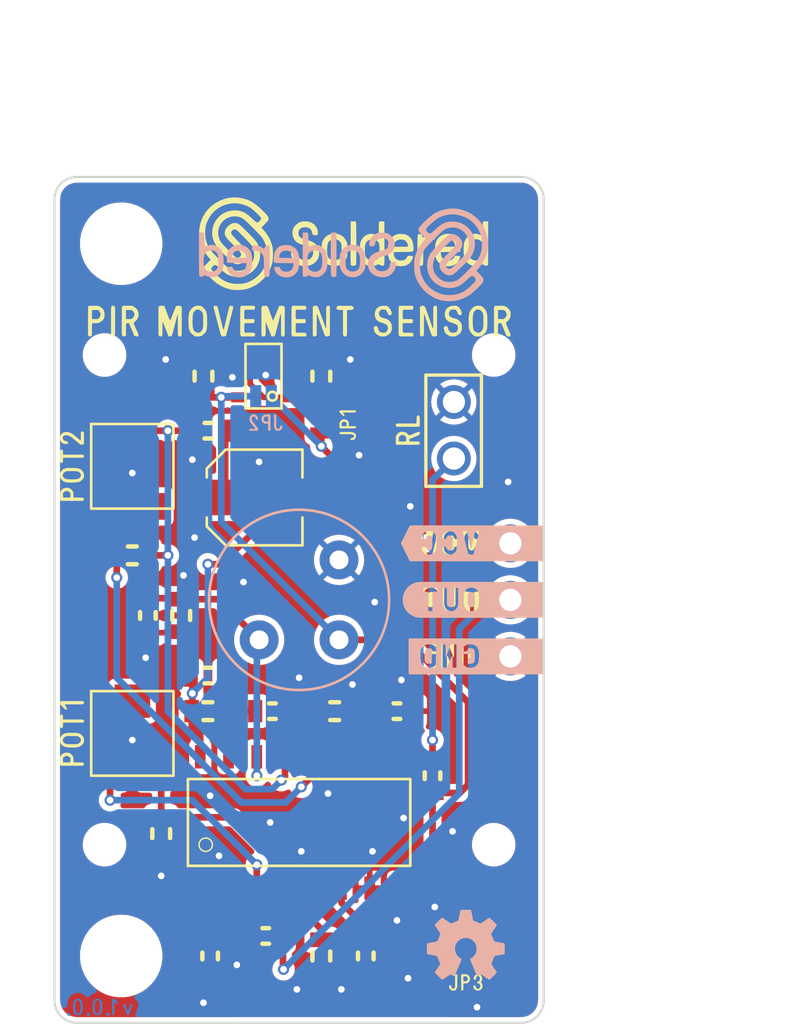
<source format=kicad_pcb>
(kicad_pcb (version 20210623) (generator pcbnew)
  (layers (0 "F.Cu" signal) (31 "B.Cu" signal) (34 "B.Paste" user) (35 "F.Paste" user) (36 "B.SilkS" user "B.Silkscreen") (37 "F.SilkS" user "F.Silkscreen") (38 "B.Mask" user) (39 "F.Mask" user) (44 "Edge.Cuts" user))
  (net 0 "")
  (net 1 "Net-(C1-Pad2)")
  (net 2 "GND")
  (net 3 "3V3")
  (net 4 "Net-(C3-Pad2)")
  (net 5 "Net-(C4-Pad2)")
  (net 6 "REL")
  (net 7 "Net-(C6-Pad2)")
  (net 8 "Net-(C6-Pad1)")
  (net 9 "Net-(C7-Pad2)")
  (net 10 "VCC")
  (net 11 "Net-(C9-Pad2)")
  (net 12 "Net-(C9-Pad1)")
  (net 13 "Net-(JP3-Pad2)")
  (net 14 "Net-(K1-Pad2)")
  (net 15 "OUT")
  (net 16 "Net-(R1-Pad1)")
  (net 17 "Net-(R2-Pad2)")
  (net 18 "Net-(R3-Pad2)")
  (net 19 "Net-(R4-Pad2)")
  (net 20 "Net-(R6-Pad1)")
  (net 22 "Net-(C8-Pad1)")
  (footprint "e-radionica.com footprinti:0603R" (layer "F.Cu") (at 96.9 114.4 180)
    (fp_text reference "R7")
    (fp_text value "2M")
    (pad "1" smd rect locked (at -0.775 0 270) (size 1 0.64) (layers "F.Cu" "F.Paste" "F.Mask") (net 8 "Net-(C6-Pad1)"))
    (pad "2" smd rect locked (at 0.775 0 270) (size 1 0.64) (layers "F.Cu" "F.Paste" "F.Mask") (net 7 "Net-(C6-Pad2)"))
  )
  (footprint "" (layer "F.Cu") (at 92.25 100)
    (fp_text reference "HOLE_L2" hide)
    (fp_text value "" hide)
    (pad "" np_thru_hole circle locked (at 0 0) (size 1.45 1.45) (drill 1.45) (layers F&B.Cu *.Mask))
  )
  (footprint "buzzardLabel" (layer "F.Cu") (at 112.4 111)
    (fp_text reference "" (at 0 0) (layer "F.SilkS") (effects (font (size 1.27 1.27))))
    (fp_text value "" (at 0 0) (layer "F.SilkS") (effects (font (size 1.27 1.27))))
  )
  (footprint "e-radionica.com footprinti:0603C" (layer "F.Cu") (at 96.7 100.95 -90)
    (fp_text reference "C2")
    (fp_text value "2.2uF")
    (pad "1" smd rect locked (at -0.73 0 270) (size 0.66 1) (layers "F.Cu" "F.Paste" "F.Mask") (net 2 "GND"))
    (pad "2" smd rect locked (at 0.73 0 270) (size 0.66 1) (layers "F.Cu" "F.Paste" "F.Mask") (net 3 "3V3"))
  )
  (footprint "e-radionica.com footprinti:ELECTROLITIC_CAP_4mm" (layer "F.Cu") (at 99 106.4)
    (fp_text reference "C8")
    (fp_text value "EDK106M016A9BAA")
    (pad "1" smd rect locked (at -1.8 0) (size 2.6 1.6) (layers "F.Cu" "F.Paste" "F.Mask") (net 22 "Net-(C8-Pad1)"))
    (pad "2" smd rect locked (at 1.8 0) (size 2.6 1.6) (layers "F.Cu" "F.Paste" "F.Mask") (net 7 "Net-(C6-Pad2)"))
  )
  (footprint "e-radionica.com footprinti:HEADER_MALE_3X1" (layer "F.Cu") (at 110.5 111 90)
    (fp_text reference "K2")
    (fp_text value "HEADER_MALE_3X1")
    (pad "1" thru_hole circle locked (at -2.54 0 90) (size 1.7 1.7) (drill 1) (layers *.Cu *.Mask) (net 2 "GND"))
    (pad "2" thru_hole circle locked (at 0 0 90) (size 1.7 1.7) (drill 1) (layers *.Cu *.Mask) (net 15 "OUT"))
    (pad "3" thru_hole circle locked (at 2.54 0 90) (size 1.7 1.7) (drill 1) (layers *.Cu *.Mask) (net 10 "VCC"))
  )
  (footprint "" (layer "F.Cu") (at 92.25 122)
    (fp_text reference "HOLE_L1" hide)
    (fp_text value "" hide)
    (pad "" np_thru_hole circle locked (at 0 0) (size 1.45 1.45) (drill 1.45) (layers F&B.Cu *.Mask))
  )
  (footprint "e-radionica.com footprinti:0603C" (layer "F.Cu") (at 102 127 90)
    (fp_text reference "C4")
    (fp_text value "10n")
    (pad "1" smd rect locked (at -0.73 0 90) (size 0.66 1) (layers "F.Cu" "F.Paste" "F.Mask") (net 2 "GND"))
    (pad "2" smd rect locked (at 0.73 0 90) (size 0.66 1) (layers "F.Cu" "F.Paste" "F.Mask") (net 5 "Net-(C4-Pad2)"))
  )
  (footprint "Soldered Graphics:Logo-Back-SolderedFULL-13mm" (layer "F.Cu") (at 103 95.5)
    (fp_text reference "REF**" hide)
    (fp_text value "Logo-Front-SolderedFULL-13mm" hide)
  )
  (footprint "" (layer "F.Cu") (at 109.75 100)
    (fp_text reference "HOLE_L3" hide)
    (fp_text value "" hide)
    (pad "" np_thru_hole circle locked (at 0 0) (size 1.45 1.45) (drill 1.45) (layers F&B.Cu *.Mask))
  )
  (footprint "buzzardLabel" (layer "F.Cu") (at 112.4 108.46)
    (fp_text reference "" (at 0 0) (layer "F.SilkS") (effects (font (size 1.27 1.27))))
    (fp_text value "" (at 0 0) (layer "F.SilkS") (effects (font (size 1.27 1.27))))
  )
  (footprint "e-radionica.com footprinti:HOLE_3.2mm" (layer "F.Cu") (at 93 95)
    (fp_text reference "H2" hide)
    (fp_text value "HOLE_3.2mm" hide)
    (pad "" np_thru_hole circle locked (at 0 0) (size 3.2 3.2) (drill 3.2) (layers F&B.Cu *.Mask))
  )
  (footprint "buzzardLabel" (layer "F.Cu") (at 90.8 105 90)
    (fp_text reference "" (at 0 0 90) (layer "F.SilkS") (effects (font (size 1.27 1.27))))
    (fp_text value "" (at 0 0 90) (layer "F.SilkS") (effects (font (size 1.27 1.27))))
  )
  (footprint "e-radionica.com footprinti:0603C" (layer "F.Cu") (at 102 100.95 -90)
    (fp_text reference "C1")
    (fp_text value "2.2uF")
    (pad "1" smd rect locked (at -0.73 0 270) (size 0.66 1) (layers "F.Cu" "F.Paste" "F.Mask") (net 2 "GND"))
    (pad "2" smd rect locked (at 0.73 0 270) (size 0.66 1) (layers "F.Cu" "F.Paste" "F.Mask") (net 1 "Net-(C1-Pad2)"))
  )
  (footprint "e-radionica.com footprinti:SMD_JUMPER_3_PAD_CONNECTED_RIGHT" (layer "F.Cu") (at 108.5 127 180)
    (fp_text reference "JP3")
    (fp_text value "SMD_JUMPER_3_PAD_CONNECTED_RIGHT")
    (pad "1" smd rect locked (at -0.7 0) (size 0.5 1) (layers "F.Cu" "F.Mask") (net 3 "3V3"))
    (pad "2" smd rect locked (at 0 0) (size 0.5 1) (layers "F.Cu" "F.Paste" "F.Mask") (net 13 "Net-(JP3-Pad2)"))
    (pad "3" smd rect locked (at 0.7 0) (size 0.5 1) (layers "F.Cu" "F.Paste" "F.Mask") (net 2 "GND"))
  )
  (footprint "buzzardLabel" (layer "F.Cu") (at 108.5 128.2)
    (fp_text reference "" (at 0 0) (layer "F.SilkS") (effects (font (size 1.27 1.27))))
    (fp_text value "" (at 0 0) (layer "F.SilkS") (effects (font (size 1.27 1.27))))
  )
  (footprint "buzzardLabel" (layer "F.Cu") (at 112.4 113.54)
    (fp_text reference "" (at 0 0) (layer "F.SilkS") (effects (font (size 1.27 1.27))))
    (fp_text value "" (at 0 0) (layer "F.SilkS") (effects (font (size 1.27 1.27))))
  )
  (footprint "e-radionica.com footprinti:0603R" (layer "F.Cu") (at 107 118.9 -90)
    (fp_text reference "R11")
    (fp_text value "1M")
    (pad "1" smd rect locked (at -0.775 0) (size 1 0.64) (layers "F.Cu" "F.Paste" "F.Mask") (net 14 "Net-(K1-Pad2)"))
    (pad "2" smd rect locked (at 0.775 0) (size 1 0.64) (layers "F.Cu" "F.Paste" "F.Mask") (net 3 "3V3"))
  )
  (footprint "e-radionica.com footprinti:SMD-JUMPER-CONNECTED_TRACE_NOSLODERMASK" (layer "F.Cu") (at 102 103.15 -90)
    (fp_text reference "JP1")
    (fp_text value "SMD-JUMPER-CONNECTED_TRACE_NOSLODERMASK")
    (fp_poly (pts (xy 0.1 0.1) (xy -0.1 0.1) (xy -0.1 -0.1) (xy 0.1 -0.1)) (layer "F.Cu") (width 0.1) (fill solid))
    (pad "1" smd rect locked (at -0.35 0 270) (size 0.5 1) (layers "F.Cu") (net 1 "Net-(C1-Pad2)"))
    (pad "2" smd rect locked (at 0.35 0 270) (size 0.5 1) (layers "F.Cu") (net 10 "VCC"))
  )
  (footprint "Soldered Graphics:Logo-Front-SolderedFULL-13mm" (layer "F.Cu") (at 103 95)
    (fp_text reference "REF**" hide)
    (fp_text value "Logo-Front-SolderedFULL-13mm" hide)
  )
  (footprint "e-radionica.com footprinti:SOP-16" (layer "F.Cu") (at 101 121 90)
    (fp_text reference "U3")
    (fp_text value "BISS0001")
    (pad "1" smd rect locked (at -2.95 -4.445 90) (size 1.05 0.48) (layers "F.Cu" "F.Paste" "F.Mask") (net 17 "Net-(R2-Pad2)"))
    (pad "2" smd rect locked (at -2.95 -3.175 90) (size 1.05 0.48) (layers "F.Cu" "F.Paste" "F.Mask") (net 18 "Net-(R3-Pad2)"))
    (pad "3" smd rect locked (at -2.95 -1.905 90) (size 1.05 0.48) (layers "F.Cu" "F.Paste" "F.Mask") (net 16 "Net-(R1-Pad1)"))
    (pad "4" smd rect locked (at -2.95 -0.635 90) (size 1.05 0.48) (layers "F.Cu" "F.Paste" "F.Mask") (net 4 "Net-(C3-Pad2)"))
    (pad "5" smd rect locked (at -2.95 0.635 90) (size 1.05 0.48) (layers "F.Cu" "F.Paste" "F.Mask") (net 5 "Net-(C4-Pad2)"))
    (pad "6" smd rect locked (at -2.95 1.905 90) (size 1.05 0.48) (layers "F.Cu" "F.Paste" "F.Mask") (net 19 "Net-(R4-Pad2)"))
    (pad "7" smd rect locked (at -2.95 3.175 90) (size 1.05 0.48) (layers "F.Cu" "F.Paste" "F.Mask") (net 2 "GND"))
    (pad "8" smd rect locked (at -2.95 4.445 90) (size 1.05 0.48) (layers "F.Cu" "F.Paste" "F.Mask") (net 3 "3V3"))
    (pad "9" smd rect locked (at 2.95 4.445 90) (size 1.05 0.48) (layers "F.Cu" "F.Paste" "F.Mask") (net 14 "Net-(K1-Pad2)"))
    (pad "10" smd rect locked (at 2.95 3.175 90) (size 1.05 0.48) (layers "F.Cu" "F.Paste" "F.Mask") (net 20 "Net-(R6-Pad1)"))
    (pad "11" smd rect locked (at 2.95 1.905 90) (size 1.05 0.48) (layers "F.Cu" "F.Paste" "F.Mask") (net 3 "3V3"))
    (pad "12" smd rect locked (at 2.95 0.635 90) (size 1.05 0.48) (layers "F.Cu" "F.Paste" "F.Mask") (net 12 "Net-(C9-Pad1)"))
    (pad "13" smd rect locked (at 2.95 -0.635 90) (size 1.05 0.48) (layers "F.Cu" "F.Paste" "F.Mask") (net 11 "Net-(C9-Pad2)"))
    (pad "14" smd rect locked (at 2.95 -1.905 90) (size 1.05 0.48) (layers "F.Cu" "F.Paste" "F.Mask") (net 6 "REL"))
    (pad "15" smd rect locked (at 2.95 -3.175 90) (size 1.05 0.48) (layers "F.Cu" "F.Paste" "F.Mask") (net 8 "Net-(C6-Pad1)"))
    (pad "16" smd rect locked (at 2.95 -4.445 90) (size 1.05 0.48) (layers "F.Cu" "F.Paste" "F.Mask") (net 7 "Net-(C6-Pad2)"))
  )
  (footprint "e-radionica.com footprinti:FIDUCIAL_1MM_PASTE" (layer "F.Cu") (at 102.7 121.9)
    (fp_text reference "FD1")
    (fp_text value "Fiducial_Stencil")
    (pad "1" smd circle locked (at 0 0) (size 1 1) (property pad_prop_fiducial_glob) (layers "F.Cu" "F.Paste" "F.Mask"))
  )
  (footprint "buzzardLabel" (layer "F.Cu") (at 101 98.5)
    (fp_text reference "" (at 0 0) (layer "F.SilkS") (effects (font (size 1.27 1.27))))
    (fp_text value "" (at 0 0) (layer "F.SilkS") (effects (font (size 1.27 1.27))))
  )
  (footprint "e-radionica.com footprinti:SOT-23-5" (layer "F.Cu") (at 99.4 100.95 180)
    (fp_text reference "U2")
    (fp_text value "SE5218")
    (pad "1" smd rect locked (at -1.1 -0.95 180) (size 0.7 0.45) (layers "F.Cu" "F.Paste" "F.Mask") (net 1 "Net-(C1-Pad2)"))
    (pad "2" smd rect locked (at -1.1 0 180) (size 0.7 0.45) (layers "F.Cu" "F.Paste" "F.Mask") (net 2 "GND"))
    (pad "3" smd rect locked (at -1.1 0.95 180) (size 0.7 0.45) (layers "F.Cu" "F.Paste" "F.Mask") (net 1 "Net-(C1-Pad2)"))
    (pad "4" smd rect locked (at 1.1 0.95 180) (size 0.7 0.45) (layers "F.Cu" "F.Paste" "F.Mask"))
    (pad "5" smd rect locked (at 1.1 -0.95 180) (size 0.7 0.45) (layers "F.Cu" "F.Paste" "F.Mask") (net 3 "3V3"))
  )
  (footprint "e-radionica.com footprinti:0603R" (layer "F.Cu") (at 97 127 90)
    (fp_text reference "R2")
    (fp_text value "1k")
    (pad "1" smd rect locked (at -0.775 0 180) (size 1 0.64) (layers "F.Cu" "F.Paste" "F.Mask") (net 13 "Net-(JP3-Pad2)"))
    (pad "2" smd rect locked (at 0.775 0 180) (size 1 0.64) (layers "F.Cu" "F.Paste" "F.Mask") (net 17 "Net-(R2-Pad2)"))
  )
  (footprint "e-radionica.com footprinti:0603R" (layer "F.Cu") (at 96.9 103.4)
    (fp_text reference "R10")
    (fp_text value "10k")
    (pad "1" smd rect locked (at -0.775 0 90) (size 1 0.64) (layers "F.Cu" "F.Paste" "F.Mask") (net 11 "Net-(C9-Pad2)"))
    (pad "2" smd rect locked (at 0.775 0 90) (size 1 0.64) (layers "F.Cu" "F.Paste" "F.Mask") (net 22 "Net-(C8-Pad1)"))
  )
  (footprint "e-radionica.com footprinti:0603C" (layer "F.Cu") (at 94.8 121.5 90)
    (fp_text reference "C3")
    (fp_text value "10n")
    (pad "1" smd rect locked (at -0.73 0 90) (size 0.66 1) (layers "F.Cu" "F.Paste" "F.Mask") (net 2 "GND"))
    (pad "2" smd rect locked (at 0.73 0 90) (size 0.66 1) (layers "F.Cu" "F.Paste" "F.Mask") (net 4 "Net-(C3-Pad2)"))
  )
  (footprint "e-radionica.com footprinti:0603C" (layer "F.Cu") (at 102.6 116 180)
    (fp_text reference "C7")
    (fp_text value "47u")
    (pad "1" smd rect locked (at -0.73 0 180) (size 0.66 1) (layers "F.Cu" "F.Paste" "F.Mask") (net 2 "GND"))
    (pad "2" smd rect locked (at 0.73 0 180) (size 0.66 1) (layers "F.Cu" "F.Paste" "F.Mask") (net 9 "Net-(C7-Pad2)"))
  )
  (footprint "e-radionica.com footprinti:HEADER_MALE_2X1" (layer "F.Cu") (at 107.96 103.38 -90)
    (fp_text reference "K1")
    (fp_text value "HEADER_MALE_2X1")
    (pad "1" thru_hole circle locked (at -1.27 0 270) (size 1.524 1.524) (drill 1) (layers *.Cu *.Mask) (net 2 "GND"))
    (pad "2" thru_hole circle locked (at 1.27 0 270) (size 1.524 1.524) (drill 1) (layers *.Cu *.Mask) (net 14 "Net-(K1-Pad2)"))
  )
  (footprint "e-radionica.com footprinti:0603C" (layer "F.Cu") (at 93.5 109)
    (fp_text reference "C9")
    (fp_text value "10n")
    (pad "1" smd rect locked (at -0.73 0) (size 0.66 1) (layers "F.Cu" "F.Paste" "F.Mask") (net 12 "Net-(C9-Pad1)"))
    (pad "2" smd rect locked (at 0.73 0) (size 0.66 1) (layers "F.Cu" "F.Paste" "F.Mask") (net 11 "Net-(C9-Pad2)"))
  )
  (footprint "e-radionica.com footprinti:0603R" (layer "F.Cu") (at 104 127 90)
    (fp_text reference "R4")
    (fp_text value "15k")
    (pad "1" smd rect locked (at -0.775 0 180) (size 1 0.64) (layers "F.Cu" "F.Paste" "F.Mask") (net 5 "Net-(C4-Pad2)"))
    (pad "2" smd rect locked (at 0.775 0 180) (size 1 0.64) (layers "F.Cu" "F.Paste" "F.Mask") (net 19 "Net-(R4-Pad2)"))
  )
  (footprint "e-radionica.com footprinti:0603R" (layer "F.Cu") (at 99.8 116)
    (fp_text reference "R8")
    (fp_text value "47k")
    (pad "1" smd rect locked (at -0.775 0 90) (size 1 0.64) (layers "F.Cu" "F.Paste" "F.Mask") (net 8 "Net-(C6-Pad1)"))
    (pad "2" smd rect locked (at 0.775 0 90) (size 1 0.64) (layers "F.Cu" "F.Paste" "F.Mask") (net 9 "Net-(C7-Pad2)"))
  )
  (footprint "buzzardLabel" (layer "F.Cu") (at 103.2 103.15 90)
    (fp_text reference "" (at 0 0 90) (layer "F.SilkS") (effects (font (size 1.27 1.27))))
    (fp_text value "" (at 0 0 90) (layer "F.SilkS") (effects (font (size 1.27 1.27))))
  )
  (footprint "e-radionica.com footprinti:HOLE_3.2mm" (layer "F.Cu") (at 93 127)
    (fp_text reference "H1" hide)
    (fp_text value "HOLE_3.2mm" hide)
    (pad "" np_thru_hole circle locked (at 0 0) (size 3.2 3.2) (drill 3.2) (layers F&B.Cu *.Mask))
  )
  (footprint "e-radionica.com footprinti:tc33x-2-103e" (layer "F.Cu") (at 93.5 117)
    (fp_text reference "R1")
    (fp_text value "TC33X-2-105E")
    (pad "1" smd rect locked (at -1 1.8) (size 1.2 1.2) (layers "F.Cu" "F.Paste" "F.Mask") (net 16 "Net-(R1-Pad1)"))
    (pad "2" smd rect locked (at 0 -1.45) (size 1.6 1.5) (layers "F.Cu" "F.Paste" "F.Mask") (net 4 "Net-(C3-Pad2)"))
    (pad "3" smd rect locked (at 1 1.8) (size 1.2 1.2) (layers "F.Cu" "F.Paste" "F.Mask") (net 4 "Net-(C3-Pad2)"))
  )
  (footprint "e-radionica.com footprinti:0603C" (layer "F.Cu") (at 95.7 111.7 90)
    (fp_text reference "C5")
    (fp_text value "10n")
    (pad "1" smd rect locked (at -0.73 0 90) (size 0.66 1) (layers "F.Cu" "F.Paste" "F.Mask") (net 2 "GND"))
    (pad "2" smd rect locked (at 0.73 0 90) (size 0.66 1) (layers "F.Cu" "F.Paste" "F.Mask") (net 6 "REL"))
  )
  (footprint "buzzardLabel" (layer "F.Cu") (at 90.8 117 90)
    (fp_text reference "" (at 0 0 90) (layer "F.SilkS") (effects (font (size 1.27 1.27))))
    (fp_text value "" (at 0 0 90) (layer "F.SilkS") (effects (font (size 1.27 1.27))))
  )
  (footprint "" (layer "F.Cu") (at 109.75 122)
    (fp_text reference "HOLE_L4" hide)
    (fp_text value "" hide)
    (pad "" np_thru_hole circle locked (at 0 0) (size 1.45 1.45) (drill 1.45) (layers F&B.Cu *.Mask))
  )
  (footprint "Soldered Graphics:Logo-Back-OSH-3.5mm" (layer "F.Cu") (at 108.5 126.5)
    (fp_text reference "G***" hide)
    (fp_text value "LOGO" hide)
  )
  (footprint "e-radionica.com footprinti:tc33x-2-103e" (layer "F.Cu") (at 93.5 105)
    (fp_text reference "R9")
    (fp_text value "TC33X-2-105E")
    (pad "1" smd rect locked (at -1 1.8) (size 1.2 1.2) (layers "F.Cu" "F.Paste" "F.Mask") (net 12 "Net-(C9-Pad1)"))
    (pad "2" smd rect locked (at 0 -1.45) (size 1.6 1.5) (layers "F.Cu" "F.Paste" "F.Mask") (net 11 "Net-(C9-Pad2)"))
    (pad "3" smd rect locked (at 1 1.8) (size 1.2 1.2) (layers "F.Cu" "F.Paste" "F.Mask") (net 11 "Net-(C9-Pad2)"))
  )
  (footprint "buzzardLabel" (layer "F.Cu") (at 105.9 103.38 90)
    (fp_text reference "" (at 0 0 90) (layer "F.SilkS") (effects (font (size 1.27 1.27))))
    (fp_text value "" (at 0 0 90) (layer "F.SilkS") (effects (font (size 1.27 1.27))))
  )
  (footprint "e-radionica.com footprinti:0603R" (layer "F.Cu") (at 99.5 126.1 180)
    (fp_text reference "R3")
    (fp_text value "1k")
    (pad "1" smd rect locked (at -0.775 0 270) (size 1 0.64) (layers "F.Cu" "F.Paste" "F.Mask") (net 15 "OUT"))
    (pad "2" smd rect locked (at 0.775 0 270) (size 1 0.64) (layers "F.Cu" "F.Paste" "F.Mask") (net 18 "Net-(R3-Pad2)"))
  )
  (footprint "e-radionica.com footprinti:0603R" (layer "F.Cu") (at 105.4 116)
    (fp_text reference "R6")
    (fp_text value "1M")
    (pad "1" smd rect locked (at -0.775 0 90) (size 1 0.64) (layers "F.Cu" "F.Paste" "F.Mask") (net 20 "Net-(R6-Pad1)"))
    (pad "2" smd rect locked (at 0.775 0 90) (size 1 0.64) (layers "F.Cu" "F.Paste" "F.Mask") (net 2 "GND"))
  )
  (footprint "e-radionica.com footprinti:0603R" (layer "F.Cu") (at 94.2 111.7 90)
    (fp_text reference "R5")
    (fp_text value "47k")
    (pad "1" smd rect locked (at -0.775 0 180) (size 1 0.64) (layers "F.Cu" "F.Paste" "F.Mask") (net 2 "GND"))
    (pad "2" smd rect locked (at 0.775 0 180) (size 1 0.64) (layers "F.Cu" "F.Paste" "F.Mask") (net 6 "REL"))
  )
  (footprint "e-radionica.com footprinti:0603C" (layer "F.Cu") (at 96.9 116 180)
    (fp_text reference "C6")
    (fp_text value "10n")
    (pad "1" smd rect locked (at -0.73 0 180) (size 0.66 1) (layers "F.Cu" "F.Paste" "F.Mask") (net 8 "Net-(C6-Pad1)"))
    (pad "2" smd rect locked (at 0.73 0 180) (size 0.66 1) (layers "F.Cu" "F.Paste" "F.Mask") (net 7 "Net-(C6-Pad2)"))
  )
  (footprint "Soldered Graphics:Version1.0.0." (layer "B.Cu") (at 92 129.3 180)
    (fp_text reference "" (at 0 0) (layer "B.SilkS") (effects (font (size 1.27 1.27)) (justify mirror)))
    (fp_text value "" (at 0 0) (layer "B.SilkS") (effects (font (size 1.27 1.27)) (justify mirror)))
    (fp_poly (pts (xy 0.43 -0.38) (xy 0.48 -0.38) (xy 0.54 -0.37) (xy 0.54 -0.33) (xy 0.54 -0.27) (xy 0.5 -0.26) (xy 0.45 -0.26) (xy 0.42 -0.29) (xy 0.42 -0.34) (xy 0.43 -0.38)) (layer "B.Cu") (width 0.01) (fill solid))
    (fp_poly (pts (xy -0.67 -0.35) (xy -0.62 -0.35) (xy -0.6 -0.31) (xy -0.6 0.35) (xy -0.64 0.38) (xy -0.69 0.38) (xy -0.73 0.34) (xy -0.84 0.22) (xy -0.86 0.17) (xy -0.83 0.16) (xy -0.73 0.22) (xy -0.69 0.23) (xy -0.69 -0.31) (xy -0.67 -0.35)) (layer "B.Cu") (width 0.01) (fill solid))
    (fp_poly (pts (xy -0.44 -0.38) (xy -0.39 -0.38) (xy -0.34 -0.37) (xy -0.34 -0.33) (xy -0.34 -0.27) (xy -0.38 -0.26) (xy -0.43 -0.26) (xy -0.46 -0.29) (xy -0.46 -0.34) (xy -0.44 -0.38)) (layer "B.Cu") (width 0.01) (fill solid))
    (fp_poly (pts (xy -1.33 -0.35) (xy -1.27 -0.35) (xy -1.25 -0.31) (xy -1.09 0.1) (xy -1.11 0.13) (xy -1.16 0.13) (xy -1.19 0.1) (xy -1.28 -0.16) (xy -1.3 -0.21) (xy -1.32 -0.17) (xy -1.41 0.09) (xy -1.44 0.13) (xy -1.49 0.13) (xy -1.51 0.1) (xy -1.36 -0.31) (xy -1.33 -0.35)) (layer "B.Cu") (width 0.01) (fill solid))
    (fp_poly (pts (xy 0.93 -0.35) (xy 0.99 -0.35) (xy 1.04 -0.33) (xy 1.01 -0.28) (xy 0.91 -0.28) (xy 0.87 -0.25) (xy 0.85 -0.2) (xy 0.83 -0.15) (xy 0.83 -0.11) (xy 0.82 0.01) (xy 0.83 0.13) (xy 0.83 0.17) (xy 0.84 0.22) (xy 0.87 0.27) (xy 0.9 0.3) (xy 1.01 0.3) (xy 1.04 0.26) (xy 1.05 0.21) (xy 1.06 0.15) (xy 1.07 0.05) (xy 1.07 -0.08) (xy 1.06 -0.12) (xy 1.06 -0.17) (xy 1.04 -0.22) (xy 1.02 -0.27) (xy 1.01 -0.28) (xy 1.05 -0.32) (xy 1.09 -0.29) (xy 1.12 -0.26) (xy 1.14 -0.22) (xy 1.15 -0.16) (xy 1.16 -0.11) (xy 1.16 -0.06) (xy 1.16 0.06) (xy 1.16 0.12) (xy 1.15 0.17) (xy 1.14 0.22) (xy 1.13 0.27) (xy 1.1 0.3) (xy 1.06 0.34) (xy 1.01 0.37) (xy 0.95 0.38) (xy 0.9 0.38) (xy 0.84 0.35) (xy 0.8 0.31) (xy 0.78 0.28) (xy 0.75 0.23) (xy 0.74 0.18) (xy 0.74 0.13) (xy 0.73 0.08) (xy 0.73 -0.04) (xy 0.73 -0.1) (xy 0.74 -0.14) (xy 0.75 -0.2) (xy 0.77 -0.25) (xy 0.79 -0.28) (xy 0.83 -0.32) (xy 0.89 -0.35) (xy 0.93 -0.35)) (layer "B.Cu") (width 0.01) (fill solid))
    (fp_poly (pts (xy 0.06 -0.35) (xy 0.11 -0.35) (xy 0.17 -0.33) (xy 0.13 -0.28) (xy 0.03 -0.28) (xy -0.01 -0.25) (xy -0.03 -0.2) (xy -0.05 -0.15) (xy -0.05 -0.11) (xy -0.05 0.01) (xy -0.05 0.13) (xy -0.05 0.17) (xy -0.03 0.22) (xy -0.01 0.27) (xy 0.02 0.3) (xy 0.13 0.3) (xy 0.16 0.26) (xy 0.18 0.21) (xy 0.18 0.15) (xy 0.19 0.05) (xy 0.19 -0.08) (xy 0.19 -0.12) (xy 0.18 -0.17) (xy 0.16 -0.22) (xy 0.14 -0.27) (xy 0.14 -0.28) (xy 0.17 -0.32) (xy 0.21 -0.29) (xy 0.24 -0.26) (xy 0.26 -0.22) (xy 0.27 -0.16) (xy 0.28 -0.11) (xy 0.28 -0.06) (xy 0.28 0.06) (xy 0.28 0.12) (xy 0.27 0.17) (xy 0.26 0.22) (xy 0.25 0.27) (xy 0.22 0.3) (xy 0.19 0.34) (xy 0.13 0.37) (xy 0.08 0.38) (xy 0.02 0.38) (xy -0.03 0.35) (xy -0.08 0.31) (xy -0.1 0.28) (xy -0.12 0.23) (xy -0.14 0.18) (xy -0.14 0.13) (xy -0.15 0.08) (xy -0.15 -0.04) (xy -0.14 -0.1) (xy -0.14 -0.14) (xy -0.13 -0.2) (xy -0.11 -0.25) (xy -0.08 -0.28) (xy -0.05 -0.32) (xy 0.01 -0.35) (xy 0.06 -0.35)) (layer "B.Cu") (width 0.01) (fill solid))
    (fp_poly (pts (xy 1.31 -0.38) (xy 1.36 -0.38) (xy 1.41 -0.37) (xy 1.42 -0.33) (xy 1.42 -0.27) (xy 1.38 -0.26) (xy 1.33 -0.26) (xy 1.3 -0.29) (xy 1.3 -0.34) (xy 1.31 -0.38)) (layer "B.Cu") (width 0.01) (fill solid))
  )
  (footprint "e-radionica.com footprinti:PIR_senzor" (layer "B.Cu") (at 101 111 -135)
    (fp_text reference "U1")
    (fp_text value "AM312")
    (pad "1" thru_hole circle (at 2.54 0 225) (size 1.75 1.75) (drill 0.85) (layers *.Cu *.Mask) (net 6 "REL"))
    (pad "2" thru_hole circle (at 0 -2.54 225) (size 1.75 1.75) (drill 0.85) (layers *.Cu *.Mask) (net 3 "3V3"))
    (pad "3" thru_hole circle (at -2.54 0 225) (size 1.75 1.75) (drill 0.85) (layers *.Cu *.Mask) (net 2 "GND"))
  )
  (footprint "buzzardLabel" (layer "B.Cu") (at 112.4 113.54 180)
    (fp_text reference "" (at 0 0) (layer "B.SilkS") (effects (font (size 1.27 1.27)) (justify mirror)))
    (fp_text value "" (at 0 0) (layer "B.SilkS") (effects (font (size 1.27 1.27)) (justify mirror)))
  )
  (footprint "buzzardLabel" (layer "B.Cu") (at 99.5 103.05 180)
    (fp_text reference "" (at 0 0) (layer "B.SilkS") (effects (font (size 1.27 1.27)) (justify mirror)))
    (fp_text value "" (at 0 0) (layer "B.SilkS") (effects (font (size 1.27 1.27)) (justify mirror)))
  )
  (footprint "e-radionica.com footprinti:SMD_JUMPER" (layer "B.Cu") (at 99.4 101.85 180)
    (fp_text reference "JP2")
    (fp_text value "SMD_JUMPER")
    (pad "1" smd rect locked (at -0.35 0 180) (size 0.5 1) (layers "B.Cu" "B.Mask") (net 10 "VCC"))
    (pad "2" smd rect locked (at 0.35 0 180) (size 0.5 1) (layers "B.Cu" "B.Mask") (net 3 "3V3"))
  )
  (footprint "buzzardLabel" (layer "B.Cu") (at 112.4 108.46 180)
    (fp_text reference "" (at 0 0) (layer "B.SilkS") (effects (font (size 1.27 1.27)) (justify mirror)))
    (fp_text value "" (at 0 0) (layer "B.SilkS") (effects (font (size 1.27 1.27)) (justify mirror)))
  )
  (footprint "buzzardLabel" (layer "B.Cu") (at 112.4 111 180)
    (fp_text reference "" (at 0 0) (layer "B.SilkS") (effects (font (size 1.27 1.27)) (justify mirror)))
    (fp_text value "" (at 0 0) (layer "B.SilkS") (effects (font (size 1.27 1.27)) (justify mirror)))
  )
  (gr_line (start 106.7 100.9) (end 109.2 100.9) (layer "F.SilkS") (width 0.15))
  (gr_line (start 109.2 100.9) (end 109.2 105.9) (layer "F.SilkS") (width 0.15))
  (gr_line (start 106.7 105.9) (end 106.7 100.9) (layer "F.SilkS") (width 0.15))
  (gr_line (start 109.2 105.9) (end 106.7 105.9) (layer "F.SilkS") (width 0.15))
  (gr_arc (start 91 129) (end 91 130) (angle 90) (layer "Edge.Cuts") (width 0.1))
  (gr_line (start 91 92) (end 111 92) (layer "Edge.Cuts") (width 0.1))
  (gr_line (start 111 130) (end 91 130) (layer "Edge.Cuts") (width 0.1))
  (gr_arc (start 91 93) (end 91 92) (angle -90) (layer "Edge.Cuts") (width 0.1))
  (gr_line (start 112 93) (end 112 129) (layer "Edge.Cuts") (width 0.1))
  (gr_line (start 90 129) (end 90 93) (layer "Edge.Cuts") (width 0.1))
  (gr_arc (start 111 129) (end 111 130) (angle -90) (layer "Edge.Cuts") (width 0.1))
  (gr_arc (start 111 93) (end 111 92) (angle 90) (layer "Edge.Cuts") (width 0.1))
  (segment (start 98.8 100.55) (end 99.35 100) (width 0.254) (layer "F.Cu") (net 1))
  (segment (start 101.1 101.9) (end 101.32 101.68) (width 0.3) (layer "F.Cu") (net 1))
  (segment (start 100.5 101.9) (end 99.4 101.9) (width 0.254) (layer "F.Cu") (net 1))
  (segment (start 99.35 100) (end 100.5 100) (width 0.254) (layer "F.Cu") (net 1))
  (segment (start 102 102.8) (end 102 101.68) (width 0.3) (layer "F.Cu") (net 1))
  (segment (start 101.32 101.68) (end 102 101.68) (width 0.3) (layer "F.Cu") (net 1))
  (segment (start 98.8 101.3) (end 98.8 100.55) (width 0.254) (layer "F.Cu") (net 1))
  (segment (start 99.4 101.9) (end 98.8 101.3) (width 0.254) (layer "F.Cu") (net 1))
  (segment (start 100.5 101.9) (end 101.1 101.9) (width 0.3) (layer "F.Cu") (net 1))
  (via (at 94.1 113.6) (size 0.5) (drill 0.3) (layers "F.Cu" "B.Cu") (net 2))
  (via (at 104.3 122.3) (size 0.5) (drill 0.3) (layers "F.Cu" "B.Cu") (net 2))
  (via (at 103.7 104.5) (size 0.5) (drill 0.3) (layers "F.Cu" "B.Cu") (net 2))
  (via (at 107.9 121.4) (size 0.5) (drill 0.3) (layers "F.Cu" "B.Cu") (net 2))
  (via (at 101 114.5) (size 0.5) (drill 0.3) (layers "F.Cu" "B.Cu") (net 2))
  (via (at 101.1 122.3) (size 0.5) (drill 0.3) (layers "F.Cu" "B.Cu") (net 2))
  (via (at 98.2 127.4) (size 0.5) (drill 0.3) (layers "F.Cu" "B.Cu") (net 2))
  (via (at 93.5 117.3) (size 0.5) (drill 0.3) (layers "F.Cu" "B.Cu") (net 2))
  (via (at 96.2 104.7) (size 0.5) (drill 0.3) (layers "F.Cu" "B.Cu") (net 2))
  (via (at 97 119.8) (size 0.5) (drill 0.3) (layers "F.Cu" "B.Cu") (net 2))
  (via (at 105.6 114.6) (size 0.5) (drill 0.3) (layers "F.Cu" "B.Cu") (net 2))
  (via (at 103.4 114.8) (size 0.5) (drill 0.3) (layers "F.Cu" "B.Cu") (net 2))
  (via (at 94.8 123.4) (size 0.5) (drill 0.3) (layers "F.Cu" "B.Cu") (net 2))
  (via (at 95 100.2) (size 0.5) (drill 0.3) (layers "F.Cu" "B.Cu") (net 2))
  (via (at 100.9 128.5) (size 0.5) (drill 0.3) (layers "F.Cu" "B.Cu") (net 2))
  (via (at 97.4 122.5) (size 0.5) (drill 0.3) (layers "F.Cu" "B.Cu") (net 2))
  (via (at 104.4 111.1) (size 0.5) (drill 0.3) (layers "F.Cu" "B.Cu") (net 2))
  (via (at 102.3 119.7) (size 0.5) (drill 0.3) (layers "F.Cu" "B.Cu") (net 2))
  (via (at 99.2 104.8) (size 0.5) (drill 0.3) (layers "F.Cu" "B.Cu") (net 2))
  (via (at 105.4 125.4) (size 0.5) (drill 0.3) (layers "F.Cu" "B.Cu") (net 2))
  (via (at 103.3 100.2) (size 0.5) (drill 0.3) (layers "F.Cu" "B.Cu") (net 2))
  (via (at 110.4 105.7) (size 0.5) (drill 0.3) (layers "F.Cu" "B.Cu") (net 2))
  (via (at 105.9 128) (size 0.5) (drill 0.3) (layers "F.Cu" "B.Cu") (net 2))
  (via (at 109 129.3) (size 0.5) (drill 0.3) (layers "F.Cu" "B.Cu") (net 2))
  (via (at 99.7 121) (size 0.5) (drill 0.3) (layers "F.Cu" "B.Cu") (net 2))
  (via (at 102.9 128.5) (size 0.5) (drill 0.3) (layers "F.Cu" "B.Cu") (net 2))
  (via (at 105.7 120.8) (size 0.5) (drill 0.3) (layers "F.Cu" "B.Cu") (net 2))
  (via (at 98.5 110.2) (size 0.5) (drill 0.3) (layers "F.Cu" "B.Cu") (net 2))
  (via (at 98 101) (size 0.5) (drill 0.3) (layers "F.Cu" "B.Cu") (net 2))
  (via (at 95.8 109.9) (size 0.5) (drill 0.3) (layers "F.Cu" "B.Cu") (net 2))
  (via (at 99.5 100.9) (size 0.5) (drill 0.3) (layers "F.Cu" "B.Cu") (net 2))
  (via (at 93.5 105.3) (size 0.5) (drill 0.3) (layers "F.Cu" "B.Cu") (net 2))
  (via (at 107.1 124.8) (size 0.5) (drill 0.3) (layers "F.Cu" "B.Cu") (net 2))
  (via (at 96.7 129.1) (size 0.5) (drill 0.3) (layers "F.Cu" "B.Cu") (net 2))
  (via (at 106 106.8) (size 0.5) (drill 0.3) (layers "F.Cu" "B.Cu") (net 2))
  (via (at 96.3 108.2) (size 0.5) (drill 0.3) (layers "F.Cu" "B.Cu") (net 2))
  (segment (start 107 123.4) (end 107 122.5) (width 0.3) (layer "F.Cu") (net 3))
  (segment (start 107 122.5) (end 107 119.675) (width 0.3) (layer "F.Cu") (net 3))
  (segment (start 107 119.675) (end 108.225 119.675) (width 0.3) (layer "F.Cu") (net 3))
  (segment (start 108.6 115.6) (end 105.796051 112.796051) (width 0.3) (layer "F.Cu") (net 3))
  (segment (start 102.905 119.105) (end 103.5 119.7) (width 0.3) (layer "F.Cu") (net 3))
  (segment (start 103.5 119.7) (end 106.975 119.7) (width 0.3) (layer "F.Cu") (net 3))
  (segment (start 106.975 119.7) (end 107 119.675) (width 0.3) (layer "F.Cu") (net 3))
  (segment (start 105.445 123.95) (end 105.55 123.95) (width 0.3) (layer "F.Cu") (net 3))
  (segment (start 96.92 101.9) (end 96.7 101.68) (width 0.3) (layer "F.Cu") (net 3))
  (segment (start 97.5 101.9) (end 96.92 101.9) (width 0.3) (layer "F.Cu") (net 3))
  (segment (start 98.3 101.9) (end 97.5 101.9) (width 0.3) (layer "F.Cu") (net 3))
  (segment (start 102.905 118.05) (end 102.905 119.105) (width 0.3) (layer "F.Cu") (net 3))
  (segment (start 105.796051 112.796051) (end 102.796051 112.796051) (width 0.3) (layer "F.Cu") (net 3))
  (segment (start 109.2 127) (end 109.2 125.6) (width 0.3) (layer "F.Cu") (net 3))
  (segment (start 105.55 123.95) (end 107 122.5) (width 0.3) (layer "F.Cu") (net 3))
  (segment (start 108.6 119.3) (end 108.6 115.6) (width 0.3) (layer "F.Cu") (net 3))
  (segment (start 109.2 125.6) (end 107 123.4) (width 0.3) (layer "F.Cu") (net 3))
  (segment (start 108.225 119.675) (end 108.6 119.3) (width 0.3) (layer "F.Cu") (net 3))
  (via (at 97.5 101.9) (size 0.5) (drill 0.3) (layers "F.Cu" "B.Cu") (net 3))
  (segment (start 97.5 101.9) (end 97.5 107.5) (width 0.3) (layer "B.Cu") (net 3))
  (segment (start 97.5 107.5) (end 102.796051 112.796051) (width 0.3) (layer "B.Cu") (net 3))
  (segment (start 99.05 101.85) (end 97.55 101.85) (width 0.3) (layer "B.Cu") (net 3))
  (segment (start 97.55 101.85) (end 97.5 101.9) (width 0.3) (layer "B.Cu") (net 3))
  (segment (start 98.07 120.77) (end 94.8 120.77) (width 0.3) (layer "F.Cu") (net 4))
  (segment (start 94.8 120.77) (end 91.57 120.77) (width 0.3) (layer "F.Cu") (net 4))
  (segment (start 91 118.05) (end 93.5 115.55) (width 0.3) (layer "F.Cu") (net 4))
  (segment (start 94.8 120.77) (end 94.8 119.1) (width 0.3) (layer "F.Cu") (net 4))
  (segment (start 94.8 119.1) (end 94.5 118.8) (width 0.3) (layer "F.Cu") (net 4))
  (segment (start 100.365 123.95) (end 100.365 123.065) (width 0.3) (layer "F.Cu") (net 4))
  (segment (start 91 120.2) (end 91 118.05) (width 0.3) (layer "F.Cu") (net 4))
  (segment (start 100.365 123.065) (end 98.07 120.77) (width 0.3) (layer "F.Cu") (net 4))
  (segment (start 91.57 120.77) (end 91 120.2) (width 0.3) (layer "F.Cu") (net 4))
  (segment (start 102 125.8) (end 102 126.27) (width 0.3) (layer "F.Cu") (net 5))
  (segment (start 104 127.775) (end 103.675 127.775) (width 0.3) (layer "F.Cu") (net 5))
  (segment (start 103.675 127.775) (end 102.17 126.27) (width 0.3) (layer "F.Cu") (net 5))
  (segment (start 102.17 126.27) (end 102 126.27) (width 0.3) (layer "F.Cu") (net 5))
  (segment (start 101.635 123.95) (end 101.635 125.435) (width 0.3) (layer "F.Cu") (net 5))
  (segment (start 101.635 125.435) (end 102 125.8) (width 0.3) (layer "F.Cu") (net 5))
  (segment (start 94.2 110.925) (end 95.655 110.925) (width 0.3) (layer "F.Cu") (net 6))
  (segment (start 95.7 110.97) (end 97.377898 110.97) (width 0.3) (layer "F.Cu") (net 6))
  (segment (start 95.655 110.925) (end 95.7 110.97) (width 0.3) (layer "F.Cu") (net 6))
  (segment (start 97.377898 110.97) (end 99.203949 112.796051) (width 0.3) (layer "F.Cu") (net 6))
  (segment (start 99.095 118.895) (end 99.095 118.05) (width 0.3) (layer "F.Cu") (net 6))
  (segment (start 99.1 118.9) (end 99.095 118.895) (width 0.3) (layer "F.Cu") (net 6))
  (via (at 99.1 118.9) (size 0.5) (drill 0.3) (layers "F.Cu" "B.Cu") (net 6))
  (segment (start 99.1 118.9) (end 99.1 112.9) (width 0.3) (layer "B.Cu") (net 6))
  (segment (start 99.1 112.9) (end 99.203949 112.796051) (width 0.3) (layer "B.Cu") (net 6))
  (segment (start 96.555 117.055) (end 96.17 116.67) (width 0.3) (layer "F.Cu") (net 7))
  (segment (start 96.555 118.05) (end 96.555 117.055) (width 0.3) (layer "F.Cu") (net 7))
  (segment (start 96.27 114.445) (end 96.225 114.4) (width 0.3) (layer "F.Cu") (net 7))
  (segment (start 96.2 115.97) (end 96.17 116) (width 0.3) (layer "F.Cu") (net 7))
  (segment (start 96.2 115.2) (end 96.2 115.97) (width 0.3) (layer "F.Cu") (net 7))
  (segment (start 96.17 116.67) (end 96.17 116) (width 0.3) (layer "F.Cu") (net 7))
  (segment (start 100.5 106.4) (end 100.8 106.4) (width 0.3) (layer "F.Cu") (net 7))
  (segment (start 96.2 115.2) (end 96.2 114.475) (width 0.3) (layer "F.Cu") (net 7))
  (segment (start 97.5 109.4) (end 100.5 106.4) (width 0.3) (layer "F.Cu") (net 7))
  (segment (start 96.2 114.475) (end 96.125 114.4) (width 0.3) (layer "F.Cu") (net 7))
  (segment (start 96.9 109.4) (end 97.5 109.4) (width 0.3) (layer "F.Cu") (net 7))
  (via (at 96.9 109.4) (size 0.5) (drill 0.3) (layers "F.Cu" "B.Cu") (net 7))
  (via (at 96.2 115.2) (size 0.5) (drill 0.3) (layers "F.Cu" "B.Cu") (net 7))
  (segment (start 96.9 109.4) (end 96.9 114.5) (width 0.3) (layer "B.Cu") (net 7))
  (segment (start 96.9 114.5) (end 96.2 115.2) (width 0.3) (layer "B.Cu") (net 7))
  (segment (start 97.73 114.445) (end 97.775 114.4) (width 0.3) (layer "F.Cu") (net 8))
  (segment (start 97.825 118.05) (end 97.825 117.025) (width 0.3) (layer "F.Cu") (net 8))
  (segment (start 97.63 116.83) (end 97.63 116) (width 0.3) (layer "F.Cu") (net 8))
  (segment (start 97.825 117.025) (end 97.63 116.83) (width 0.3) (layer "F.Cu") (net 8))
  (segment (start 97.63 114.445) (end 97.675 114.4) (width 0.3) (layer "F.Cu") (net 8))
  (segment (start 97.73 116) (end 99.025 116) (width 0.3) (layer "F.Cu") (net 8))
  (segment (start 97.63 116) (end 97.63 114.445) (width 0.3) (layer "F.Cu") (net 8))
  (segment (start 100.575 116) (end 101.87 116) (width 0.3) (layer "F.Cu") (net 9))
  (segment (start 106.36 108.46) (end 110.5 108.46) (width 0.3) (layer "F.Cu") (net 10))
  (segment (start 102 104.1) (end 106.36 108.46) (width 0.3) (layer "F.Cu") (net 10))
  (segment (start 102 104.1) (end 102 103.5) (width 0.3) (layer "F.Cu") (net 10))
  (via (at 102 104.1) (size 0.5) (drill 0.3) (layers "F.Cu" "B.Cu") (net 10))
  (segment (start 102 104.1) (end 99.75 101.85) (width 0.3) (layer "B.Cu") (net 10))
  (segment (start 94.23 109) (end 94.23 107.07) (width 0.3) (layer "F.Cu") (net 11))
  (segment (start 95.1 109) (end 94.23 109) (width 0.3) (layer "F.Cu") (net 11))
  (segment (start 100.2 119.1) (end 100.365 118.935) (width 0.3) (layer "F.Cu") (net 11))
  (segment (start 94.23 107.07) (end 94.5 106.8) (width 0.3) (layer "F.Cu") (net 11))
  (segment (start 93.65 103.4) (end 93.5 103.55) (width 0.3) (layer "F.Cu") (net 11))
  (segment (start 100.365 118.935) (end 100.365 118.05) (width 0.3) (layer "F.Cu") (net 11))
  (segment (start 95.1 103.4) (end 93.65 103.4) (width 0.3) (layer "F.Cu") (net 11))
  (segment (start 95.1 103.4) (end 96.125 103.4) (width 0.3) (layer "F.Cu") (net 11))
  (via (at 100.2 119.1) (size 0.5) (drill 0.3) (layers "F.Cu" "B.Cu") (net 11))
  (via (at 95.1 109) (size 0.5) (drill 0.3) (layers "F.Cu" "B.Cu") (net 11))
  (via (at 95.1 103.4) (size 0.5) (drill 0.3) (layers "F.Cu" "B.Cu") (net 11))
  (segment (start 95.1 116) (end 95.1 109) (width 0.3) (layer "B.Cu") (net 11))
  (segment (start 98.6 119.5) (end 95.1 116) (width 0.3) (layer "B.Cu") (net 11))
  (segment (start 95.1 109) (end 95.1 103.4) (width 0.3) (layer "B.Cu") (net 11))
  (segment (start 99.8 119.5) (end 98.6 119.5) (width 0.3) (layer "B.Cu") (net 11))
  (segment (start 100.2 119.1) (end 99.8 119.5) (width 0.3) (layer "B.Cu") (net 11))
  (segment (start 101.635 118.05) (end 101.635 118.865) (width 0.3) (layer "F.Cu") (net 12))
  (segment (start 92.8 110) (end 92.8 109.03) (width 0.3) (layer "F.Cu") (net 12))
  (segment (start 101.635 118.865) (end 101.1 119.4) (width 0.3) (layer "F.Cu") (net 12))
  (segment (start 92.77 109) (end 92.77 107.07) (width 0.3) (layer "F.Cu") (net 12))
  (segment (start 92.8 109.03) (end 92.77 109) (width 0.3) (layer "F.Cu") (net 12))
  (segment (start 92.77 107.07) (end 92.5 106.8) (width 0.3) (layer "F.Cu") (net 12))
  (via (at 101.1 119.4) (size 0.5) (drill 0.3) (layers "F.Cu" "B.Cu") (net 12))
  (via (at 92.8 110) (size 0.5) (drill 0.3) (layers "F.Cu" "B.Cu") (net 12))
  (segment (start 101.1 119.4) (end 100.4 120.1) (width 0.3) (layer "B.Cu") (net 12))
  (segment (start 100.4 120.1) (end 98.4 120.1) (width 0.3) (layer "B.Cu") (net 12))
  (segment (start 92.8 114.5) (end 92.8 110) (width 0.3) (layer "B.Cu") (net 12))
  (segment (start 98.4 120.1) (end 92.8 114.5) (width 0.3) (layer "B.Cu") (net 12))
  (segment (start 97 127.775) (end 97 127.8) (width 0.3) (layer "F.Cu") (net 13))
  (segment (start 108.5 128.2) (end 108.5 127) (width 0.3) (layer "F.Cu") (net 13))
  (segment (start 98.5 129.3) (end 107.4 129.3) (width 0.3) (layer "F.Cu") (net 13))
  (segment (start 107.4 129.3) (end 108.5 128.2) (width 0.3) (layer "F.Cu") (net 13))
  (segment (start 97 127.8) (end 98.5 129.3) (width 0.3) (layer "F.Cu") (net 13))
  (segment (start 106.925 118.05) (end 107 118.125) (width 0.3) (layer "F.Cu") (net 14))
  (segment (start 105.445 118.05) (end 106.925 118.05) (width 0.3) (layer "F.Cu") (net 14))
  (segment (start 107 117.3) (end 107 118.125) (width 0.3) (layer "F.Cu") (net 14))
  (via (at 107 117.3) (size 0.5) (drill 0.3) (layers "F.Cu" "B.Cu") (net 14))
  (segment (start 107 105.61) (end 107.96 104.65) (width 0.3) (layer "B.Cu") (net 14))
  (segment (start 107 117.3) (end 107 105.61) (width 0.3) (layer "B.Cu") (net 14))
  (segment (start 100.275 126.1) (end 100.275 127.575) (width 0.3) (layer "F.Cu") (net 15))
  (segment (start 100.275 127.575) (end 100.3 127.6) (width 0.3) (layer "F.Cu") (net 15))
  (via (at 100.3 127.6) (size 0.5) (drill 0.3) (layers "F.Cu" "B.Cu") (net 15))
  (segment (start 100.3 127.6) (end 108.2 119.7) (width 0.3) (layer "B.Cu") (net 15))
  (segment (start 108.2 119.7) (end 108.2 112.3) (width 0.3) (layer "B.Cu") (net 15))
  (segment (start 108.2 112.3) (end 109.5 111) (width 0.3) (layer "B.Cu") (net 15))
  (segment (start 109.5 111) (end 110.5 111) (width 0.3) (layer "B.Cu") (net 15))
  (segment (start 99.1 122.9) (end 99.095 122.905) (width 0.3) (layer "F.Cu") (net 16))
  (segment (start 99.095 122.905) (end 99.095 123.95) (width 0.3) (layer "F.Cu") (net 16))
  (segment (start 92.5 120) (end 92.5 118.8) (width 0.3) (layer "F.Cu") (net 16))
  (via (at 99.1 122.9) (size 0.5) (drill 0.3) (layers "F.Cu" "B.Cu") (net 16))
  (via (at 92.5 120) (size 0.5) (drill 0.3) (layers "F.Cu" "B.Cu") (net 16))
  (segment (start 99.1 122.9) (end 96.2 120) (width 0.3) (layer "B.Cu") (net 16))
  (segment (start 96.2 120) (end 92.5 120) (width 0.3) (layer "B.Cu") (net 16))
  (segment (start 96.555 125.78) (end 97 126.225) (width 0.3) (layer "F.Cu") (net 17))
  (segment (start 96.555 123.95) (end 96.555 125.78) (width 0.3) (layer "F.Cu") (net 17))
  (segment (start 97.825 123.95) (end 97.825 124.925) (width 0.3) (layer "F.Cu") (net 18))
  (segment (start 98.725 125.825) (end 98.725 126.1) (width 0.3) (layer "F.Cu") (net 18))
  (segment (start 97.825 124.925) (end 98.725 125.825) (width 0.3) (layer "F.Cu") (net 18))
  (segment (start 102.905 124.605) (end 104 125.7) (width 0.3) (layer "F.Cu") (net 19))
  (segment (start 104 125.7) (end 104 126.225) (width 0.3) (layer "F.Cu") (net 19))
  (segment (start 102.905 123.95) (end 102.905 124.605) (width 0.3) (layer "F.Cu") (net 19))
  (segment (start 104.175 117.325) (end 104.625 116.875) (width 0.3) (layer "F.Cu") (net 20))
  (segment (start 104.175 118.05) (end 104.175 117.325) (width 0.3) (layer "F.Cu") (net 20))
  (segment (start 104.625 116.875) (end 104.625 116) (width 0.3) (layer "F.Cu") (net 20))
  (segment (start 97.675 103.4) (end 97.675 105.925) (width 0.3) (layer "F.Cu") (net 22))
  (segment (start 97.675 105.925) (end 97.2 106.4) (width 0.3) (layer "F.Cu") (net 22))
  (zone (net 2) (net_name "GND") (layers F&B.Cu) (connect_pads (clearance 0.254)) (min_thickness 0.254) (fill yes (thermal_gap 0.254) (thermal_bridge_width 0.254))
    (polygon (pts (xy 112 130) (xy 90 130) (xy 90 92) (xy 112 92)))
  )
)
</source>
